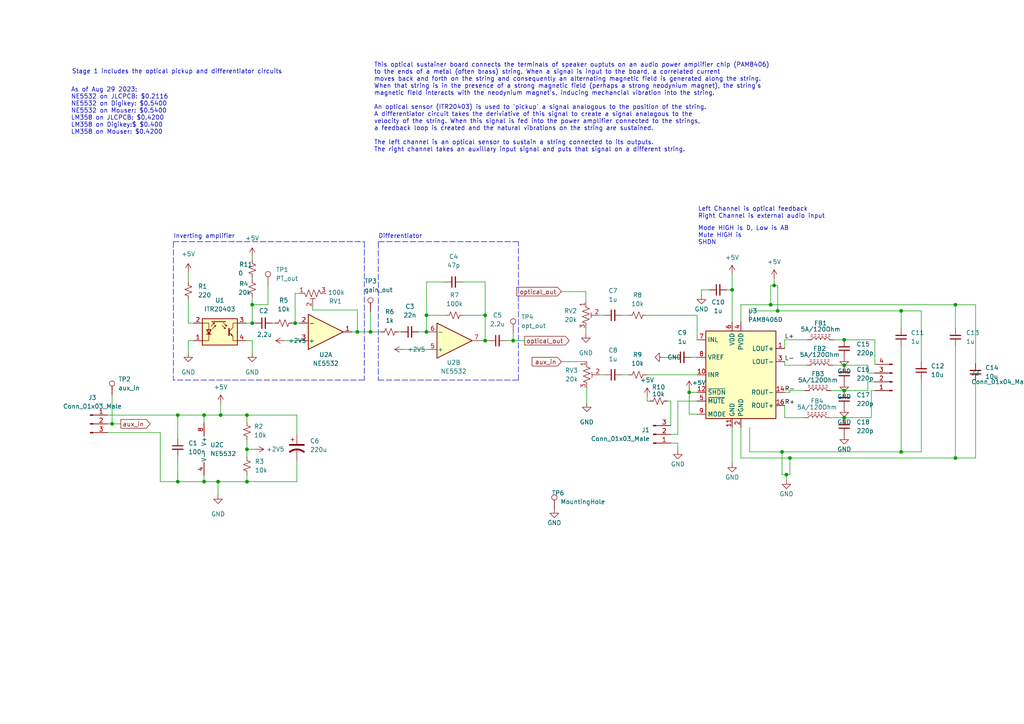
<source format=kicad_sch>
(kicad_sch (version 20211123) (generator eeschema)
  (paper "A4")
  (lib_symbols
    (symbol "1A_Favorites:C_0603_SMD" (pin_numbers hide) (pin_names (offset 0.254) hide)
      (property "Reference" "C" (at 0.254 1.778 0))
      (property "Value" "C_0603_SMD" (at 0.254 -2.032 0))
      (symbol "C_0603_SMD_0_1"
        (polyline (pts (xy -1.524 -0.508) (xy 1.524 -0.508)) (stroke (width 0.3302)))
        (polyline (pts (xy -1.524 0.508) (xy 1.524 0.508)) (stroke (width 0.3048)))
      )
      (symbol "C_0603_SMD_1_1"
        (pin passive line (at 0 2.54 270) (length 2.032) (name "~") (number "1"))
        (pin passive line (at 0 -2.54 90) (length 2.032) (name "~") (number "2"))
      )
    )
    (symbol "1A_Favorites:ITR20403" (pin_names (offset 0.0254) hide)
      (property "Reference" "U" (at -3.81 5.08 0))
      (property "Value" "ITR20403" (at 12.7 5.08 0))
      (symbol "ITR20403_0_1"
        (polyline (pts (xy -3.81 -0.635) (xy -2.54 -0.635)) (stroke (width 0.254)))
        (polyline (pts (xy -2.286 2.921) (xy -2.032 3.175)))
        (polyline (pts (xy -1.778 2.921) (xy -1.524 3.175)))
        (polyline (pts (xy -1.524 2.667) (xy -1.651 2.159)))
        (polyline (pts (xy -1.27 2.921) (xy -1.016 3.175)))
        (polyline (pts (xy -1.143 1.905) (xy -1.27 1.397)))
        (polyline (pts (xy -0.762 2.921) (xy -0.508 3.175)))
        (polyline (pts (xy -0.254 2.921) (xy 0 3.175)))
        (polyline (pts (xy 0.254 2.921) (xy 0.508 3.175)))
        (polyline (pts (xy 0.762 2.921) (xy 1.016 3.175)))
        (polyline (pts (xy 1.27 2.921) (xy 1.524 3.175)))
        (polyline (pts (xy 1.651 0.889) (xy 1.143 1.016)))
        (polyline (pts (xy 1.778 2.921) (xy -2.413 2.921)))
        (polyline (pts (xy 2.032 1.651) (xy 1.524 1.778)))
        (polyline (pts (xy 2.667 -0.127) (xy 3.81 -1.27)))
        (polyline (pts (xy 2.667 0.127) (xy 3.81 1.27)))
        (polyline (pts (xy -2.54 1.651) (xy -1.524 2.667) (xy -2.032 2.54)))
        (polyline (pts (xy -2.159 0.889) (xy -1.143 1.905) (xy -1.651 1.778)))
        (polyline (pts (xy 0.635 1.905) (xy 1.651 0.889) (xy 1.524 1.397)))
        (polyline (pts (xy 1.016 2.667) (xy 2.032 1.651) (xy 1.905 2.159)))
        (polyline (pts (xy 2.667 1.016) (xy 2.667 -1.016) (xy 2.667 -1.016)) (stroke (width 0.3556)))
        (polyline (pts (xy 3.81 -1.27) (xy 3.81 -2.54) (xy 5.08 -2.54)))
        (polyline (pts (xy 3.81 1.27) (xy 3.81 2.54) (xy 5.08 2.54)))
        (polyline (pts (xy -5.08 -2.54) (xy -3.175 -2.54) (xy -3.175 2.54) (xy -5.08 2.54)))
        (polyline (pts (xy -3.175 -0.635) (xy -3.81 0.635) (xy -2.54 0.635) (xy -3.175 -0.635)) (stroke (width 0.254)))
        (polyline (pts (xy 3.683 -1.143) (xy 3.429 -0.635) (xy 3.175 -0.889) (xy 3.683 -1.143)))
        (polyline (pts (xy -5.08 -3.81) (xy 5.08 -3.81) (xy 5.08 3.81) (xy -5.08 3.81) (xy -5.08 -3.81)) (stroke (width 0.254)) (fill (type background)))
      )
      (symbol "ITR20403_1_1"
        (pin passive line (at -7.62 -2.54 0) (length 2.54) (name "K") (number "1"))
        (pin passive line (at -7.62 2.54 0) (length 2.54) (name "A") (number "2"))
        (pin open_collector line (at 7.62 2.54 180) (length 2.54) (name "C") (number "3"))
        (pin open_emitter line (at 7.62 -2.54 180) (length 2.54) (name "E") (number "4"))
      )
    )
    (symbol "1A_Favorites:NE5532" (pin_names (offset 0.127))
      (property "Reference" "U" (at 0 5.08 0))
      (property "Value" "NE5532" (at 0 -5.08 0))
      (property "LCSC" "C7426" (at 0 0 0))
      (symbol "NE5532_1_1"
        (polyline (pts (xy -5.08 5.08) (xy 5.08 0) (xy -5.08 -5.08) (xy -5.08 5.08)) (stroke (width 0.254)) (fill (type background)))
        (pin output line (at 7.62 0 180) (length 2.54) (name "~") (number "1"))
        (pin input line (at -7.62 -2.54 0) (length 2.54) (name "-") (number "2"))
        (pin input line (at -7.62 2.54 0) (length 2.54) (name "+") (number "3"))
      )
      (symbol "NE5532_2_1"
        (polyline (pts (xy -5.08 5.08) (xy 5.08 0) (xy -5.08 -5.08) (xy -5.08 5.08)) (stroke (width 0.254)) (fill (type background)))
        (pin input line (at -7.62 2.54 0) (length 2.54) (name "+") (number "5"))
        (pin input line (at -7.62 -2.54 0) (length 2.54) (name "-") (number "6"))
        (pin output line (at 7.62 0 180) (length 2.54) (name "~") (number "7"))
      )
      (symbol "NE5532_3_1"
        (pin power_in line (at -2.54 -7.62 90) (length 3.81) (name "V-") (number "4"))
        (pin power_in line (at -2.54 7.62 270) (length 3.81) (name "V+") (number "8"))
      )
    )
    (symbol "1A_Favorites:PAM8406D"
      (property "Reference" "U" (at 1.27 16.51 0))
      (property "Value" "PAM8406D" (at 6.096 14.224 0))
      (symbol "PAM8406D_0_1"
        (rectangle (start -10.16 12.7) (end 10.16 -12.7) (stroke (width 0.254)) (fill (type background)))
      )
      (symbol "PAM8406D_1_1"
        (pin output line (at 12.7 7.62 180) (length 2.54) (name "LOUT+") (number "1"))
        (pin input line (at -12.7 0 0) (length 2.54) (name "INR") (number "10"))
        (pin power_in line (at -2.54 -15.24 90) (length 2.54) (name "GND") (number "11"))
        (pin input line (at -12.7 -5.08 0) (length 2.54) (name "~{SHDN}") (number "12"))
        (pin passive line (at 2.54 15.24 270) (length 2.54) hide (name "PVDD") (number "13"))
        (pin output line (at 12.7 -5.08 180) (length 2.54) (name "ROUT-") (number "14"))
        (pin passive line (at 2.54 -15.24 90) (length 2.54) hide (name "PGND") (number "15"))
        (pin output line (at 12.7 -8.89 180) (length 2.54) (name "ROUT+") (number "16"))
        (pin power_in line (at 0 -15.24 90) (length 2.54) (name "PGND") (number "2"))
        (pin output line (at 12.7 3.81 180) (length 2.54) (name "LOUT-") (number "3"))
        (pin power_in line (at 0 15.24 270) (length 2.54) (name "PVDD") (number "4"))
        (pin input line (at -12.7 -7.62 0) (length 2.54) (name "~{MUTE}") (number "5"))
        (pin power_in line (at -2.54 15.24 270) (length 2.54) (name "VDD") (number "6"))
        (pin input line (at -12.7 10.16 0) (length 2.54) (name "INL") (number "7"))
        (pin input line (at -12.7 5.08 0) (length 2.54) (name "VREF") (number "8"))
        (pin input line (at -12.7 -11.43 0) (length 2.54) (name "MODE") (number "9"))
      )
    )
    (symbol "1A_Favorites:R_0603_SMD" (pin_numbers hide) (pin_names (offset 0.254) hide)
      (property "Reference" "R" (at 0.762 0.508 0))
      (property "Value" "R_0603_SMD" (at 0.762 -1.016 0))
      (symbol "R_0603_SMD_1_1"
        (polyline (pts (xy 0 0) (xy 1.016 -0.381) (xy 0 -0.762) (xy -1.016 -1.143) (xy 0 -1.524)))
        (polyline (pts (xy 0 1.524) (xy 1.016 1.143) (xy 0 0.762) (xy -1.016 0.381) (xy 0 0)))
        (pin passive line (at 0 2.54 270) (length 1.016) (name "~") (number "1"))
        (pin passive line (at 0 -2.54 90) (length 1.016) (name "~") (number "2"))
      )
    )
    (symbol "Connector:Conn_01x03_Male" (pin_names (offset 1.016) hide)
      (property "Reference" "J" (at 0 5.08 0))
      (property "Value" "Conn_01x03_Male" (at 0 -5.08 0))
      (symbol "Conn_01x03_Male_1_1"
        (polyline (pts (xy 1.27 -2.54) (xy 0.8636 -2.54)) (stroke (width 0.1524)))
        (polyline (pts (xy 1.27 0) (xy 0.8636 0)) (stroke (width 0.1524)))
        (polyline (pts (xy 1.27 2.54) (xy 0.8636 2.54)) (stroke (width 0.1524)))
        (rectangle (start 0.8636 -2.413) (end 0 -2.667) (stroke (width 0.1524)) (fill (type outline)))
        (rectangle (start 0.8636 0.127) (end 0 -0.127) (stroke (width 0.1524)) (fill (type outline)))
        (rectangle (start 0.8636 2.667) (end 0 2.413) (stroke (width 0.1524)) (fill (type outline)))
        (pin passive line (at 5.08 2.54 180) (length 3.81) (name "Pin_1") (number "1"))
        (pin passive line (at 5.08 0 180) (length 3.81) (name "Pin_2") (number "2"))
        (pin passive line (at 5.08 -2.54 180) (length 3.81) (name "Pin_3") (number "3"))
      )
    )
    (symbol "Connector:Conn_01x04_Male" (pin_names (offset 1.016) hide)
      (property "Reference" "J" (at 0 5.08 0))
      (property "Value" "Conn_01x04_Male" (at 0 -7.62 0))
      (symbol "Conn_01x04_Male_1_1"
        (polyline (pts (xy 1.27 -5.08) (xy 0.8636 -5.08)) (stroke (width 0.1524)))
        (polyline (pts (xy 1.27 -2.54) (xy 0.8636 -2.54)) (stroke (width 0.1524)))
        (polyline (pts (xy 1.27 0) (xy 0.8636 0)) (stroke (width 0.1524)))
        (polyline (pts (xy 1.27 2.54) (xy 0.8636 2.54)) (stroke (width 0.1524)))
        (rectangle (start 0.8636 -4.953) (end 0 -5.207) (stroke (width 0.1524)) (fill (type outline)))
        (rectangle (start 0.8636 -2.413) (end 0 -2.667) (stroke (width 0.1524)) (fill (type outline)))
        (rectangle (start 0.8636 0.127) (end 0 -0.127) (stroke (width 0.1524)) (fill (type outline)))
        (rectangle (start 0.8636 2.667) (end 0 2.413) (stroke (width 0.1524)) (fill (type outline)))
        (pin passive line (at 5.08 2.54 180) (length 3.81) (name "Pin_1") (number "1"))
        (pin passive line (at 5.08 0 180) (length 3.81) (name "Pin_2") (number "2"))
        (pin passive line (at 5.08 -2.54 180) (length 3.81) (name "Pin_3") (number "3"))
        (pin passive line (at 5.08 -5.08 180) (length 3.81) (name "Pin_4") (number "4"))
      )
    )
    (symbol "Connector:TestPoint" (pin_numbers hide) (pin_names (offset 0.762) hide)
      (property "Reference" "TP" (at 0 6.858 0))
      (property "Value" "TestPoint" (at 0 5.08 0))
      (symbol "TestPoint_0_1"
        (circle (center 0 3.302) (radius 0.762))
      )
      (symbol "TestPoint_1_1"
        (pin passive line (at 0 0 90) (length 2.54) (name "1") (number "1"))
      )
    )
    (symbol "Device:C_Polarized_US" (pin_numbers hide) (pin_names (offset 0.254) hide)
      (property "Reference" "C" (at 0.635 2.54 0))
      (property "Value" "C_Polarized_US" (at 0.635 -2.54 0))
      (symbol "C_Polarized_US_0_1"
        (polyline (pts (xy -2.032 0.762) (xy 2.032 0.762)) (stroke (width 0.508)))
        (polyline (pts (xy -1.778 2.286) (xy -0.762 2.286)))
        (polyline (pts (xy -1.27 1.778) (xy -1.27 2.794)))
        (arc (start 2.032 -1.27) (mid 0 -0.5572) (end -2.032 -1.27) (stroke (width 0.508)))
      )
      (symbol "C_Polarized_US_1_1"
        (pin passive line (at 0 3.81 270) (length 2.794) (name "~") (number "1"))
        (pin passive line (at 0 -3.81 90) (length 3.302) (name "~") (number "2"))
      )
    )
    (symbol "Device:L_Ferrite" (pin_numbers hide) (pin_names (offset 1.016) hide)
      (property "Reference" "L" (at -1.27 0 90))
      (property "Value" "L_Ferrite" (at 2.794 0 90))
      (symbol "L_Ferrite_0_1"
        (arc (start 0 -2.54) (mid 0.635 -1.905) (end 0 -1.27))
        (arc (start 0 -1.27) (mid 0.635 -0.635) (end 0 0))
        (polyline (pts (xy 1.016 -2.794) (xy 1.016 -2.286)))
        (polyline (pts (xy 1.016 -1.778) (xy 1.016 -1.27)))
        (polyline (pts (xy 1.016 -0.762) (xy 1.016 -0.254)))
        (polyline (pts (xy 1.016 0.254) (xy 1.016 0.762)))
        (polyline (pts (xy 1.016 1.27) (xy 1.016 1.778)))
        (polyline (pts (xy 1.016 2.286) (xy 1.016 2.794)))
        (polyline (pts (xy 1.524 -2.286) (xy 1.524 -2.794)))
        (polyline (pts (xy 1.524 -1.27) (xy 1.524 -1.778)))
        (polyline (pts (xy 1.524 -0.254) (xy 1.524 -0.762)))
        (polyline (pts (xy 1.524 0.762) (xy 1.524 0.254)))
        (polyline (pts (xy 1.524 1.778) (xy 1.524 1.27)))
        (polyline (pts (xy 1.524 2.794) (xy 1.524 2.286)))
        (arc (start 0 0) (mid 0.635 0.635) (end 0 1.27))
        (arc (start 0 1.27) (mid 0.635 1.905) (end 0 2.54))
      )
      (symbol "L_Ferrite_1_1"
        (pin passive line (at 0 3.81 270) (length 1.27) (name "1") (number "1"))
        (pin passive line (at 0 -3.81 90) (length 1.27) (name "2") (number "2"))
      )
    )
    (symbol "Device:R_Potentiometer_Trim_US" (pin_names (offset 1.016) hide)
      (property "Reference" "RV" (at -4.445 0 90))
      (property "Value" "R_Potentiometer_Trim_US" (at -2.54 0 90))
      (symbol "R_Potentiometer_Trim_US_0_1"
        (polyline (pts (xy 0 -2.286) (xy 0 -2.54)))
        (polyline (pts (xy 0 2.286) (xy 0 2.54)))
        (polyline (pts (xy 1.524 0.762) (xy 1.524 -0.762)))
        (polyline (pts (xy 2.54 0) (xy 1.524 0)))
        (polyline (pts (xy 0 -0.762) (xy 1.016 -1.143) (xy 0 -1.524) (xy -1.016 -1.905) (xy 0 -2.286)))
        (polyline (pts (xy 0 0.762) (xy 1.016 0.381) (xy 0 0) (xy -1.016 -0.381) (xy 0 -0.762)))
        (polyline (pts (xy 0 2.286) (xy 1.016 1.905) (xy 0 1.524) (xy -1.016 1.143) (xy 0 0.762)))
      )
      (symbol "R_Potentiometer_Trim_US_1_1"
        (pin passive line (at 0 3.81 270) (length 1.27) (name "1") (number "1"))
        (pin passive line (at 3.81 0 180) (length 1.27) (name "2") (number "2"))
        (pin passive line (at 0 -3.81 90) (length 1.27) (name "3") (number "3"))
      )
    )
    (symbol "power:+2V5" (power) (pin_names (offset 0))
      (property "Value" "+2V5" (at 0 3.556 0))
      (symbol "+2V5_0_1"
        (polyline (pts (xy -0.762 1.27) (xy 0 2.54)))
        (polyline (pts (xy 0 0) (xy 0 2.54)))
        (polyline (pts (xy 0 2.54) (xy 0.762 1.27)))
      )
      (symbol "+2V5_1_1"
        (pin power_in line (at 0 0 90) (length 0) hide (name "+2V5") (number "1"))
      )
    )
    (symbol "power:+5V" (power) (pin_names (offset 0))
      (property "Value" "+5V" (at 0 3.556 0))
      (symbol "+5V_0_1"
        (polyline (pts (xy -0.762 1.27) (xy 0 2.54)))
        (polyline (pts (xy 0 0) (xy 0 2.54)))
        (polyline (pts (xy 0 2.54) (xy 0.762 1.27)))
      )
      (symbol "+5V_1_1"
        (pin power_in line (at 0 0 90) (length 0) hide (name "+5V") (number "1"))
      )
    )
    (symbol "power:GND" (power) (pin_names (offset 0))
      (property "Value" "GND" (at 0 -3.81 0))
      (symbol "GND_0_1"
        (polyline (pts (xy 0 0) (xy 0 -1.27) (xy 1.27 -1.27) (xy 0 -2.54) (xy -1.27 -1.27) (xy 0 -1.27)))
      )
      (symbol "GND_1_1"
        (pin power_in line (at 0 0 270) (length 0) hide (name "GND") (number "1"))
      )
    )
  )
  (junction (at 226.822 131.064))
  (junction (at 148.844 98.806))
  (junction (at 73.152 88.392))
  (junction (at 63.246 139.7))
  (junction (at 71.628 139.7))
  (junction (at 51.562 139.7))
  (junction (at 85.598 93.726))
  (junction (at 123.698 96.266))
  (junction (at 140.716 98.806))
  (junction (at 73.152 93.726))
  (junction (at 107.442 96.266))
  (junction (at 59.182 120.396))
  (junction (at 223.52 88.392))
  (junction (at 212.344 84.074))
  (junction (at 244.856 121.158))
  (junction (at 277.114 132.842))
  (junction (at 261.366 131.064))
  (junction (at 51.562 120.396))
  (junction (at 224.536 82.804))
  (junction (at 64.008 120.396))
  (junction (at 59.182 139.7))
  (junction (at 71.628 130.302))
  (junction (at 228.092 137.668))
  (junction (at 140.716 91.44))
  (junction (at 261.366 90.17))
  (junction (at 123.698 91.44))
  (junction (at 244.856 98.552))
  (junction (at 199.898 113.792))
  (junction (at 71.628 120.396))
  (junction (at 277.114 88.392))
  (junction (at 244.856 105.918))
  (junction (at 103.632 96.266))
  (junction (at 32.512 122.936))
  (junction (at 225.552 90.17))
  (junction (at 244.856 113.284))
  (junction (at 229.108 132.842))
  (wire (pts (xy 244.856 98.552) (xy 253.746 98.552)))
  (wire (pts (xy 240.792 121.158) (xy 244.856 121.158)))
  (wire (pts (xy 224.536 82.804) (xy 225.552 82.804)))
  (polyline (pts (xy 109.728 70.358) (xy 109.728 110.236)))
  (wire (pts (xy 196.596 125.984) (xy 194.564 125.984)))
  (wire (pts (xy 223.52 88.392) (xy 277.114 88.392)))
  (wire (pts (xy 210.82 84.074) (xy 212.344 84.074)))
  (wire (pts (xy 202.184 103.632) (xy 200.406 103.632)))
  (wire (pts (xy 123.698 96.266) (xy 124.206 96.266)))
  (wire (pts (xy 225.552 90.17) (xy 261.366 90.17)))
  (wire (pts (xy 199.898 113.792) (xy 199.898 113.03)))
  (wire (pts (xy 71.628 120.396) (xy 86.106 120.396)))
  (wire (pts (xy 282.956 110.49) (xy 282.956 132.842)))
  (wire (pts (xy 277.114 88.392) (xy 277.114 95.25)))
  (wire (pts (xy 51.562 120.396) (xy 51.562 127.254)))
  (wire (pts (xy 140.716 91.44) (xy 140.716 98.806)))
  (wire (pts (xy 73.152 93.726) (xy 73.914 93.726)))
  (wire (pts (xy 134.112 81.788) (xy 140.716 81.788)))
  (wire (pts (xy 71.374 98.806) (xy 73.152 98.806)))
  (wire (pts (xy 85.598 93.726) (xy 85.598 85.09)))
  (wire (pts (xy 54.61 86.868) (xy 54.61 93.726)))
  (wire (pts (xy 54.61 98.806) (xy 54.61 102.362)))
  (wire (pts (xy 77.724 82.804) (xy 77.724 88.392)))
  (wire (pts (xy 226.822 131.064) (xy 217.424 131.064)))
  (wire (pts (xy 115.57 96.266) (xy 116.332 96.266)))
  (wire (pts (xy 251.714 108.204) (xy 253.746 108.204)))
  (wire (pts (xy 199.898 113.792) (xy 202.184 113.792)))
  (wire (pts (xy 187.452 108.712) (xy 202.184 108.712)))
  (wire (pts (xy 51.562 139.7) (xy 59.182 139.7)))
  (wire (pts (xy 227.584 121.158) (xy 233.172 121.158)))
  (wire (pts (xy 123.698 91.44) (xy 123.698 96.266)))
  (wire (pts (xy 212.344 123.952) (xy 212.344 134.366)))
  (wire (pts (xy 107.442 96.266) (xy 110.49 96.266)))
  (wire (pts (xy 244.856 121.158) (xy 252.73 121.158)))
  (wire (pts (xy 51.562 132.334) (xy 51.562 139.7)))
  (wire (pts (xy 261.366 131.064) (xy 267.208 131.064)))
  (wire (pts (xy 199.898 120.142) (xy 199.898 113.792)))
  (wire (pts (xy 85.598 85.09) (xy 86.868 85.09)))
  (wire (pts (xy 139.446 98.806) (xy 140.716 98.806)))
  (wire (pts (xy 134.366 91.44) (xy 140.716 91.44)))
  (wire (pts (xy 63.246 139.7) (xy 63.246 143.51)))
  (wire (pts (xy 64.008 117.094) (xy 64.008 120.396)))
  (wire (pts (xy 71.628 120.396) (xy 71.628 122.428)))
  (wire (pts (xy 140.716 81.788) (xy 140.716 91.44)))
  (wire (pts (xy 226.822 137.668) (xy 228.092 137.668)))
  (wire (pts (xy 63.246 139.7) (xy 59.182 139.7)))
  (wire (pts (xy 202.184 91.44) (xy 202.184 98.552)))
  (wire (pts (xy 180.34 108.712) (xy 182.372 108.712)))
  (wire (pts (xy 241.554 105.918) (xy 244.856 105.918)))
  (wire (pts (xy 73.152 86.106) (xy 73.152 88.392)))
  (wire (pts (xy 173.99 108.712) (xy 175.26 108.712)))
  (wire (pts (xy 129.032 81.788) (xy 123.698 81.788)))
  (wire (pts (xy 71.628 130.302) (xy 73.914 130.302)))
  (wire (pts (xy 31.242 122.936) (xy 32.512 122.936)))
  (wire (pts (xy 187.452 91.44) (xy 202.184 91.44)))
  (wire (pts (xy 32.512 114.554) (xy 32.512 122.936)))
  (wire (pts (xy 79.756 93.726) (xy 78.994 93.726)))
  (wire (pts (xy 169.926 95.25) (xy 169.926 96.774)))
  (wire (pts (xy 261.366 100.33) (xy 261.366 131.064)))
  (wire (pts (xy 194.564 116.332) (xy 194.564 123.444)))
  (wire (pts (xy 193.548 116.332) (xy 194.564 116.332)))
  (wire (pts (xy 86.106 120.396) (xy 86.106 125.984)))
  (wire (pts (xy 71.628 130.302) (xy 71.628 132.588)))
  (wire (pts (xy 196.596 128.524) (xy 196.596 130.556)))
  (wire (pts (xy 31.242 125.476) (xy 46.482 125.476)))
  (wire (pts (xy 103.632 89.916) (xy 103.632 96.266)))
  (wire (pts (xy 229.108 137.668) (xy 229.108 132.842)))
  (wire (pts (xy 214.884 132.842) (xy 214.884 123.952)))
  (wire (pts (xy 148.844 96.52) (xy 148.844 98.806)))
  (wire (pts (xy 162.814 84.582) (xy 169.926 84.582)))
  (wire (pts (xy 194.564 128.524) (xy 196.596 128.524)))
  (wire (pts (xy 227.584 113.792) (xy 229.108 113.792)))
  (wire (pts (xy 90.678 88.9) (xy 90.678 89.916)))
  (wire (pts (xy 227.584 117.602) (xy 227.584 121.158)))
  (wire (pts (xy 31.242 120.396) (xy 51.562 120.396)))
  (wire (pts (xy 103.632 96.266) (xy 107.442 96.266)))
  (wire (pts (xy 253.746 98.552) (xy 253.746 105.664)))
  (wire (pts (xy 123.698 81.788) (xy 123.698 91.44)))
  (wire (pts (xy 267.208 109.982) (xy 267.208 131.064)))
  (wire (pts (xy 46.482 139.7) (xy 51.562 139.7)))
  (wire (pts (xy 86.868 93.726) (xy 85.598 93.726)))
  (wire (pts (xy 227.584 98.552) (xy 234.188 98.552)))
  (wire (pts (xy 267.208 90.17) (xy 261.366 90.17)))
  (polyline (pts (xy 105.664 110.236) (xy 50.292 110.236)))
  (wire (pts (xy 227.584 101.092) (xy 227.584 98.552)))
  (wire (pts (xy 71.628 139.7) (xy 63.246 139.7)))
  (wire (pts (xy 277.114 132.842) (xy 282.956 132.842)))
  (wire (pts (xy 54.61 93.726) (xy 56.134 93.726)))
  (wire (pts (xy 59.182 120.396) (xy 64.008 120.396)))
  (wire (pts (xy 117.094 101.346) (xy 124.206 101.346)))
  (wire (pts (xy 282.956 88.392) (xy 277.114 88.392)))
  (polyline (pts (xy 50.292 70.104) (xy 105.664 70.104)))
  (wire (pts (xy 252.73 121.158) (xy 252.73 113.284)))
  (wire (pts (xy 214.884 88.392) (xy 223.52 88.392)))
  (wire (pts (xy 244.856 105.918) (xy 251.714 105.918)))
  (wire (pts (xy 227.584 105.918) (xy 233.934 105.918)))
  (wire (pts (xy 228.092 137.668) (xy 229.108 137.668)))
  (wire (pts (xy 251.714 113.284) (xy 251.714 110.744)))
  (polyline (pts (xy 50.292 70.104) (xy 50.292 110.236)))
  (wire (pts (xy 223.52 88.392) (xy 223.52 82.804)))
  (wire (pts (xy 180.34 91.44) (xy 182.372 91.44)))
  (wire (pts (xy 227.584 104.902) (xy 227.584 105.918)))
  (wire (pts (xy 173.736 91.44) (xy 175.26 91.44)))
  (polyline (pts (xy 150.368 110.236) (xy 150.368 70.104)))
  (wire (pts (xy 244.856 113.284) (xy 251.714 113.284)))
  (wire (pts (xy 73.152 88.392) (xy 73.152 93.726)))
  (wire (pts (xy 90.678 89.916) (xy 103.632 89.916)))
  (wire (pts (xy 85.598 93.726) (xy 84.836 93.726)))
  (wire (pts (xy 217.424 90.17) (xy 225.552 90.17)))
  (wire (pts (xy 214.884 93.472) (xy 214.884 88.392)))
  (wire (pts (xy 71.628 137.668) (xy 71.628 139.7)))
  (wire (pts (xy 251.714 110.744) (xy 253.746 110.744)))
  (wire (pts (xy 170.18 112.522) (xy 170.18 116.84)))
  (wire (pts (xy 123.698 91.44) (xy 129.286 91.44)))
  (wire (pts (xy 140.716 98.806) (xy 141.732 98.806)))
  (wire (pts (xy 54.61 78.994) (xy 54.61 81.788)))
  (wire (pts (xy 82.55 98.806) (xy 86.868 98.806)))
  (wire (pts (xy 73.152 74.422) (xy 73.152 75.438)))
  (wire (pts (xy 223.52 82.804) (xy 224.536 82.804)))
  (wire (pts (xy 32.512 122.936) (xy 35.052 122.936)))
  (wire (pts (xy 148.844 98.806) (xy 152.146 98.806)))
  (wire (pts (xy 86.106 133.604) (xy 86.106 139.7)))
  (wire (pts (xy 226.822 131.064) (xy 261.366 131.064)))
  (wire (pts (xy 229.108 132.842) (xy 277.114 132.842)))
  (wire (pts (xy 282.956 105.41) (xy 282.956 88.392)))
  (wire (pts (xy 77.724 88.392) (xy 73.152 88.392)))
  (wire (pts (xy 107.442 90.424) (xy 107.442 96.266)))
  (wire (pts (xy 121.412 96.266) (xy 123.698 96.266)))
  (wire (pts (xy 241.046 113.284) (xy 244.856 113.284)))
  (wire (pts (xy 228.092 137.668) (xy 228.092 139.192)))
  (polyline (pts (xy 150.368 70.104) (xy 109.728 70.104)))
  (wire (pts (xy 224.536 80.772) (xy 224.536 82.804)))
  (wire (pts (xy 146.812 98.806) (xy 148.844 98.806)))
  (wire (pts (xy 251.714 105.918) (xy 251.714 108.204)))
  (wire (pts (xy 187.706 116.332) (xy 187.706 115.062)))
  (wire (pts (xy 229.108 113.792) (xy 229.108 113.284)))
  (wire (pts (xy 229.108 132.842) (xy 214.884 132.842)))
  (wire (pts (xy 195.326 103.632) (xy 192.532 103.632)))
  (wire (pts (xy 202.184 116.332) (xy 196.596 116.332)))
  (wire (pts (xy 102.108 96.266) (xy 103.632 96.266)))
  (wire (pts (xy 59.182 122.682) (xy 59.182 120.396)))
  (wire (pts (xy 229.108 113.284) (xy 233.426 113.284)))
  (wire (pts (xy 203.454 84.074) (xy 203.454 85.598)))
  (wire (pts (xy 203.454 84.074) (xy 205.74 84.074)))
  (wire (pts (xy 241.808 98.552) (xy 244.856 98.552)))
  (wire (pts (xy 86.106 139.7) (xy 71.628 139.7)))
  (wire (pts (xy 196.596 116.332) (xy 196.596 125.984)))
  (wire (pts (xy 187.706 116.332) (xy 188.468 116.332)))
  (wire (pts (xy 217.424 93.472) (xy 217.424 90.17)))
  (wire (pts (xy 73.152 98.806) (xy 73.152 102.362)))
  (wire (pts (xy 267.208 104.902) (xy 267.208 90.17)))
  (polyline (pts (xy 109.728 110.236) (xy 150.368 110.236)))
  (wire (pts (xy 199.898 120.142) (xy 202.184 120.142)))
  (polyline (pts (xy 105.664 70.104) (xy 105.664 110.236)))
  (wire (pts (xy 71.628 127.508) (xy 71.628 130.302)))
  (wire (pts (xy 225.552 82.804) (xy 225.552 90.17)))
  (wire (pts (xy 162.814 104.902) (xy 170.18 104.902)))
  (wire (pts (xy 46.482 125.476) (xy 46.482 139.7)))
  (wire (pts (xy 59.182 120.396) (xy 51.562 120.396)))
  (wire (pts (xy 252.73 113.284) (xy 253.746 113.284)))
  (wire (pts (xy 71.374 93.726) (xy 73.152 93.726)))
  (polyline (pts (xy 109.728 70.104) (xy 109.728 70.358)))
  (wire (pts (xy 54.61 98.806) (xy 56.134 98.806)))
  (wire (pts (xy 169.926 87.63) (xy 169.926 84.582)))
  (wire (pts (xy 64.008 120.396) (xy 71.628 120.396)))
  (wire (pts (xy 73.152 80.518) (xy 73.152 81.026)))
  (wire (pts (xy 277.114 100.33) (xy 277.114 132.842)))
  (wire (pts (xy 212.344 79.502) (xy 212.344 84.074)))
  (wire (pts (xy 217.424 131.064) (xy 217.424 123.952)))
  (wire (pts (xy 226.822 131.064) (xy 226.822 137.668)))
  (wire (pts (xy 212.344 84.074) (xy 212.344 93.472)))
  (wire (pts (xy 261.366 90.17) (xy 261.366 95.25)))
  (wire (pts (xy 59.182 139.7) (xy 59.182 137.922)))
  (text "Left Channel is optical feedback\nRight Channel is external audio input" (at 202.438 63.5 0) (effects (font (size 1.27 1.27)) (justify left bottom)))
  (text "This optical sustainer board connects the terminals of speaker ouptuts on an audio power amplifier chip (PAM8406)\nto the ends of a metal (often brass) string. When a signal is input to the board, a correlated current \nmoves back and forth on the string and consequently an alternating magnetic field is generated along the string.\nWhen that string is in the presence of a strong magnetic field (perhaps a strong neodynium magnet), the string's \nmagnetic field interacts with the neodynium magnet's, inducing mechancial vibration into the string.\n\nAn optical sensor (ITR20403) is used to 'pickup' a signal analogous to the position of the string.\nA differentiator circuit takes the deriviative of this signal to create a signal analagous to the\nvelocity of the string. When this signal is fed into the power amplifier connected to the strings,\na feedback loop is created and the natural vibrations on the string are sustained.\n\nThe left channel is an optical sensor to sustain a string connected to its outputs.\nThe right channel takes an auxillary input signal and puts that signal on a different string." (at 108.458 44.196 0) (effects (font (size 1.27 1.27)) (justify left bottom)))
  (text "Mode HIGH is D, Low is AB\nMute HIGH is \nSHDN " (at 202.438 71.12 0) (effects (font (size 1.27 1.27)) (justify left bottom)))
  (text "Differentiator" (at 109.728 69.342 0) (effects (font (size 1.27 1.27)) (justify left bottom)))
  (text "As of Aug 29 2023:\nNE5532 on JLCPCB: $0.2116\nNE5532 on Digikey: $0.5400\nNE5532 on Mouser: $0.5400\nLM358 on JLCPCB: $0.4200\nLM358 on Digikey:$ $0.400\nLM358 on Mouser: $0.4200" (at 20.574 39.116 0) (effects (font (size 1.27 1.27)) (justify left bottom)))
  (text "Inverting amplifier" (at 50.292 69.342 0) (effects (font (size 1.27 1.27)) (justify left bottom)))
  (text "Stage 1 includes the optical pickup and differentiator circuits" (at 20.828 21.59 0) (effects (font (size 1.27 1.27)) (justify left bottom)))
  (label "L-" (at 227.584 104.902 0))
  (label "L+" (at 227.584 98.552 0))
  (label "R+" (at 227.584 117.602 0))
  (label "R-" (at 227.584 113.792 0))
  (global_label "aux_in" (shape output) (at 35.052 122.936 0) (property "Intersheet References" "${INTERSHEET_REFS}" (effects hide)))
  (global_label "aux_in" (shape input) (at 162.814 104.902 180) (property "Intersheet References" "${INTERSHEET_REFS}" (effects hide)))
  (global_label "optical_out" (shape output) (at 152.146 98.806 0) (property "Intersheet References" "${INTERSHEET_REFS}" (effects hide)))
  (global_label "optical_out" (shape input) (at 162.814 84.582 180) (property "Intersheet References" "${INTERSHEET_REFS}" (effects hide)))
  (symbol (lib_id "power:GND") (at 212.344 134.366 0) (unit 1)
    (property "Reference" "#PWR0114" (effects hide))
    (property "Value" "GND" (at 210.312 138.43 0) (effects (justify left)))
  )
  (symbol (lib_id "power:GND") (at 73.152 102.362 0) (unit 1)
    (property "Reference" "#PWR0106" (effects hide))
    (property "Value" "GND" (at 73.152 107.95 0))
  )
  (symbol (lib_id "1A_Favorites:C_0603_SMD") (at 51.562 129.794 0) (unit 1)
    (property "Reference" "C1" (at 54.61 128.5302 0) (effects (justify left)))
    (property "Value" "100n" (at 54.61 131.0702 0) (effects (justify left)))
    (property "Footprint" "Capacitor_SMD:C_0603_1608Metric" (effects hide))
  )
  (symbol (lib_id "power:+5V") (at 54.61 78.994 0) (unit 1)
    (property "Reference" "#PWR0105" (effects hide))
    (property "Value" "+5V" (at 54.61 73.66 0))
  )
  (symbol (lib_id "1A_Favorites:R_0603_SMD") (at 73.152 77.978 0) (unit 1)
    (property "Reference" "R11" (at 69.342 76.708 0) (effects (justify left)))
    (property "Value" "0" (at 69.088 79.248 0) (effects (justify left)))
    (property "Footprint" "Resistor_SMD:R_0603_1608Metric" (effects hide))
  )
  (symbol (lib_id "1A_Favorites:C_0603_SMD") (at 177.8 91.44 90) (unit 1)
    (property "Reference" "C7" (at 177.8063 84.328 90))
    (property "Value" "1u" (at 177.8063 86.868 90))
    (property "Footprint" "Capacitor_SMD:C_0603_1608Metric" (effects hide))
    (property "Rating" "10V" (effects hide))
  )
  (symbol (lib_id "power:+5V") (at 224.536 80.772 0) (unit 1)
    (property "Reference" "#PWR0115" (effects hide))
    (property "Value" "+5V" (at 224.536 75.946 0))
  )
  (symbol (lib_id "1A_Favorites:C_0603_SMD") (at 244.856 101.092 180) (unit 1)
    (property "Reference" "C15" (at 248.412 99.8155 0) (effects (justify right)))
    (property "Value" "220p" (at 248.412 102.3555 0) (effects (justify right)))
    (property "Footprint" "Capacitor_SMD:C_0603_1608Metric" (effects hide))
    (property "Rating" "10V" (effects hide))
  )
  (symbol (lib_id "power:GND") (at 196.596 130.556 0) (unit 1)
    (property "Reference" "#PWR0125" (effects hide))
    (property "Value" "GND" (at 194.564 134.62 0) (effects (justify left)))
  )
  (symbol (lib_id "1A_Favorites:C_0603_SMD") (at 118.872 96.266 90) (unit 1)
    (property "Reference" "C3" (at 118.8783 88.9 90))
    (property "Value" "22n" (at 118.8783 91.44 90))
    (property "Footprint" "Capacitor_SMD:C_0603_1608Metric" (effects hide))
  )
  (symbol (lib_id "power:+2V5") (at 117.094 101.346 90) (unit 1)
    (property "Reference" "#PWR0109" (effects hide))
    (property "Value" "+2V5" (at 118.11 101.3459 90) (effects (justify right)))
  )
  (symbol (lib_id "1A_Favorites:NE5532") (at 61.722 130.302 0) (unit 3)
    (property "Reference" "U2" (at 60.96 129.0319 0) (effects (justify left)))
    (property "Value" "NE5532" (at 60.96 131.5719 0) (effects (justify left)))
    (property "Footprint" "Package_SO:SOP-8_3.76x4.96mm_P1.27mm" (effects hide))
    (property "Datasheet" "http://www.ti.com/lit/ds/symlink/ne5532.pdf" (effects hide))
    (property "LCSC" "C7426" (effects hide))
  )
  (symbol (lib_id "power:+2V5") (at 73.914 130.302 270) (unit 1)
    (property "Reference" "#PWR0102" (effects hide))
    (property "Value" "+2V5" (at 77.216 130.3019 90) (effects (justify left)))
  )
  (symbol (lib_id "1A_Favorites:C_0603_SMD") (at 177.8 108.712 90) (unit 1)
    (property "Reference" "C8" (at 177.8063 101.6 90))
    (property "Value" "1u" (at 177.8063 104.14 90))
    (property "Footprint" "Capacitor_SMD:C_0603_1608Metric" (effects hide))
    (property "Rating" "10V" (effects hide))
  )
  (symbol (lib_id "Device:R_Potentiometer_Trim_US") (at 90.678 85.09 90) (mirror x) (unit 1)
    (property "Reference" "RV1" (at 97.282 87.376 90))
    (property "Value" "100k" (at 97.536 84.836 90))
    (property "Footprint" "Potentiometer_SMD:Potentiometer_Bourns_3224J_Horizontal" (effects hide))
    (property "LCSC" "C719185" (effects hide))
  )
  (symbol (lib_id "power:GND") (at 170.18 116.84 0) (unit 1)
    (property "Reference" "#PWR0117" (effects hide))
    (property "Value" "GND" (at 170.18 122.428 0))
  )
  (symbol (lib_id "Connector:Conn_01x03_Male") (at 189.484 125.984 0) (mirror x) (unit 1)
    (property "Reference" "J1" (at 188.468 124.7139 0) (effects (justify right)))
    (property "Value" "Conn_01x03_Male" (at 188.468 127.2539 0) (effects (justify right)))
    (property "Footprint" "Connector_PinHeader_2.54mm:PinHeader_1x03_P2.54mm_Vertical" (effects hide))
    (property "LCSC" " C2914353" (effects hide))
  )
  (symbol (lib_id "power:GND") (at 203.454 85.598 0) (unit 1)
    (property "Reference" "#PWR0112" (effects hide))
    (property "Value" "GND" (at 201.422 89.662 0) (effects (justify left)))
  )
  (symbol (lib_id "1A_Favorites:PAM8406D") (at 214.884 108.712 0) (unit 1)
    (property "Reference" "U3" (at 216.9034 90.17 0) (effects (justify left)))
    (property "Value" "PAM8406D" (at 216.9034 92.71 0) (effects (justify left)))
    (property "Footprint" "Package_SO:SOP-16_3.9x9.9mm_P1.27mm" (effects hide))
    (property "Datasheet" "https://www.diodes.com/assets/Datasheets/PAM8406.pdf" (effects hide))
    (property "LCSC" "C86270" (effects hide))
  )
  (symbol (lib_id "Connector:TestPoint") (at 32.512 114.554 0) (unit 1)
    (property "Reference" "TP2" (at 34.29 109.9819 0) (effects (justify left)))
    (property "Value" "aux_in" (at 34.29 112.5219 0) (effects (justify left)))
    (property "Footprint" "TestPoint:TestPoint_THTPad_D2.0mm_Drill1.0mm" (effects hide))
  )
  (symbol (lib_id "Connector:TestPoint") (at 107.442 90.424 0) (unit 1)
    (property "Reference" "TP3" (at 105.664 81.534 0) (effects (justify left)))
    (property "Value" "gain_out" (at 105.664 84.074 0) (effects (justify left)))
    (property "Footprint" "TestPoint:TestPoint_THTPad_D2.0mm_Drill1.0mm" (effects hide))
  )
  (symbol (lib_id "Connector:Conn_01x04_Male") (at 258.826 110.744 180) (unit 1)
    (property "Reference" "J2" (at 281.686 108.2039 0) (effects (justify right)))
    (property "Value" "Conn_01x04_Male" (at 281.686 110.7439 0) (effects (justify right)))
    (property "Footprint" "Connector_PinHeader_2.54mm:PinHeader_1x04_P2.54mm_Vertical" (effects hide))
  )
  (symbol (lib_id "1A_Favorites:C_0603_SMD") (at 76.454 93.726 90) (unit 1)
    (property "Reference" "C2" (at 76.454 90.17 90))
    (property "Value" "2.2u" (at 76.708 97.028 90))
    (property "Footprint" "Capacitor_SMD:C_0603_1608Metric" (effects hide))
  )
  (symbol (lib_id "1A_Favorites:NE5532") (at 94.488 96.266 0) (mirror x) (unit 1)
    (property "Reference" "U2" (at 94.488 102.87 0))
    (property "Value" "NE5532" (at 94.488 105.41 0))
    (property "Footprint" "Package_SO:SOP-8_3.76x4.96mm_P1.27mm" (effects hide))
    (property "Datasheet" "http://www.ti.com/lit/ds/symlink/ne5532.pdf" (effects hide))
    (property "LCSC" "C7426" (effects hide))
  )
  (symbol (lib_id "Device:R_Potentiometer_Trim_US") (at 169.926 91.44 0) (unit 1)
    (property "Reference" "RV2" (at 167.386 90.1699 0) (effects (justify right)))
    (property "Value" "20k" (at 167.386 92.7099 0) (effects (justify right)))
    (property "Footprint" "Potentiometer_SMD:Potentiometer_Bourns_3224J_Horizontal" (effects hide))
    (property "LCSC" "C719181" (effects hide))
  )
  (symbol (lib_id "1A_Favorites:C_0603_SMD") (at 144.272 98.806 90) (unit 1)
    (property "Reference" "C5" (at 144.2783 91.44 90))
    (property "Value" "2.2u" (at 144.2783 93.98 90))
    (property "Footprint" "Capacitor_SMD:C_0603_1608Metric" (effects hide))
  )
  (symbol (lib_id "1A_Favorites:C_0603_SMD") (at 244.856 123.698 180) (unit 1)
    (property "Reference" "C18" (at 248.412 122.4215 0) (effects (justify right)))
    (property "Value" "220p" (at 248.412 124.9615 0) (effects (justify right)))
    (property "Footprint" "Capacitor_SMD:C_0603_1608Metric" (effects hide))
    (property "Rating" "10V" (effects hide))
  )
  (symbol (lib_id "1A_Favorites:C_0603_SMD") (at 267.208 107.442 180) (unit 1)
    (property "Reference" "C12" (at 270.002 106.1655 0) (effects (justify right)))
    (property "Value" "10u" (at 270.002 108.7055 0) (effects (justify right)))
    (property "Footprint" "Capacitor_SMD:C_0805_2012Metric" (effects hide))
    (property "Rating" "10V" (effects hide))
  )
  (symbol (lib_id "1A_Favorites:R_0603_SMD") (at 131.826 91.44 90) (unit 1)
    (property "Reference" "R7" (at 131.826 85.598 90))
    (property "Value" "100k" (at 131.826 88.138 90))
    (property "Footprint" "Resistor_SMD:R_0603_1608Metric" (effects hide))
  )
  (symbol (lib_id "Device:L_Ferrite") (at 237.236 113.284 90) (unit 1)
    (property "Reference" "FB3" (at 237.236 108.458 90))
    (property "Value" "5A/120Ohm" (at 237.236 110.236 90))
    (property "Footprint" "Capacitor_SMD:C_0805_2012Metric" (effects hide))
    (property "LCSC" " C304323" (effects hide))
  )
  (symbol (lib_id "1A_Favorites:R_0603_SMD") (at 184.912 108.712 90) (unit 1)
    (property "Reference" "R9" (at 184.912 102.87 90))
    (property "Value" "10k" (at 184.912 105.41 90))
    (property "Footprint" "Resistor_SMD:R_0603_1608Metric" (effects hide))
  )
  (symbol (lib_id "power:GND") (at 54.61 102.362 0) (unit 1)
    (property "Reference" "#PWR0104" (effects hide))
    (property "Value" "GND" (at 54.61 107.95 0))
  )
  (symbol (lib_id "Device:R_Potentiometer_Trim_US") (at 170.18 108.712 0) (unit 1)
    (property "Reference" "RV3" (at 167.64 107.4419 0) (effects (justify right)))
    (property "Value" "20k" (at 167.64 109.9819 0) (effects (justify right)))
    (property "Footprint" "Potentiometer_SMD:Potentiometer_Bourns_3224J_Horizontal" (effects hide))
    (property "LCSC" "C719185" (effects hide))
  )
  (symbol (lib_id "1A_Favorites:NE5532") (at 131.826 98.806 0) (mirror x) (unit 2)
    (property "Reference" "U2" (at 131.572 105.156 0))
    (property "Value" "NE5532" (at 131.572 107.696 0))
    (property "Footprint" "Package_SO:SOP-8_3.76x4.96mm_P1.27mm" (effects hide))
    (property "Datasheet" "http://www.ti.com/lit/ds/symlink/ne5532.pdf" (effects hide))
    (property "LCSC" "C7426" (effects hide))
  )
  (symbol (lib_id "1A_Favorites:C_0603_SMD") (at 261.366 97.79 180) (unit 1)
    (property "Reference" "C11" (at 264.16 96.5135 0) (effects (justify right)))
    (property "Value" "1u" (at 264.16 99.0535 0) (effects (justify right)))
    (property "Footprint" "Capacitor_SMD:C_0603_1608Metric" (effects hide))
    (property "Rating" "10V" (effects hide))
  )
  (symbol (lib_id "power:GND") (at 244.856 110.998 0) (unit 1)
    (property "Reference" "#PWR0123" (effects hide))
    (property "Value" "GND" (at 242.824 115.062 0) (effects (justify left)))
  )
  (symbol (lib_id "1A_Favorites:R_0603_SMD") (at 113.03 96.266 90) (unit 1)
    (property "Reference" "R6" (at 113.03 90.424 90))
    (property "Value" "1k" (at 113.03 92.964 90))
    (property "Footprint" "Resistor_SMD:R_0603_1608Metric" (effects hide))
  )
  (symbol (lib_id "1A_Favorites:C_0603_SMD") (at 244.856 108.458 180) (unit 1)
    (property "Reference" "C16" (at 248.412 107.1815 0) (effects (justify right)))
    (property "Value" "220p" (at 248.412 109.7215 0) (effects (justify right)))
    (property "Footprint" "Capacitor_SMD:C_0603_1608Metric" (effects hide))
    (property "Rating" "10V" (effects hide))
  )
  (symbol (lib_id "1A_Favorites:R_0603_SMD") (at 184.912 91.44 90) (unit 1)
    (property "Reference" "R8" (at 184.912 85.598 90))
    (property "Value" "10k" (at 184.912 88.138 90))
    (property "Footprint" "Resistor_SMD:R_0603_1608Metric" (effects hide))
  )
  (symbol (lib_id "1A_Favorites:C_0603_SMD") (at 197.866 103.632 90) (unit 1)
    (property "Reference" "C9" (at 197.8723 96.52 90))
    (property "Value" "1u" (at 197.8723 99.06 90))
    (property "Footprint" "Capacitor_SMD:C_0603_1608Metric" (effects hide))
    (property "Rating" "10V" (effects hide))
  )
  (symbol (lib_id "Device:L_Ferrite") (at 237.998 98.552 90) (unit 1)
    (property "Reference" "FB1" (at 237.998 93.726 90))
    (property "Value" "5A/120Ohm" (at 237.998 95.504 90))
    (property "Footprint" "Capacitor_SMD:C_0805_2012Metric" (effects hide))
    (property "LCSC" " C304323" (effects hide))
  )
  (symbol (lib_id "power:GND") (at 244.856 103.632 0) (unit 1)
    (property "Reference" "#PWR0122" (effects hide))
    (property "Value" "GND" (at 242.824 107.696 0) (effects (justify left)))
  )
  (symbol (lib_id "power:GND") (at 244.856 118.364 0) (unit 1)
    (property "Reference" "#PWR0121" (effects hide))
    (property "Value" "GND" (at 242.824 122.428 0) (effects (justify left)))
  )
  (symbol (lib_id "1A_Favorites:R_0603_SMD") (at 73.152 83.566 0) (unit 1)
    (property "Reference" "R4" (at 69.342 82.296 0) (effects (justify left)))
    (property "Value" "20k" (at 69.088 84.836 0) (effects (justify left)))
    (property "Footprint" "Resistor_SMD:R_0603_1608Metric" (effects hide))
  )
  (symbol (lib_id "power:+5V") (at 212.344 79.502 0) (unit 1)
    (property "Reference" "#PWR0116" (effects hide))
    (property "Value" "+5V" (at 212.344 74.676 0))
  )
  (symbol (lib_id "power:+5V") (at 199.898 113.03 0) (unit 1)
    (property "Reference" "#PWR0120" (effects hide))
    (property "Value" "+5V" (at 202.692 110.998 0))
  )
  (symbol (lib_id "Connector:Conn_01x03_Male") (at 26.162 122.936 0) (unit 1)
    (property "Reference" "J3" (at 26.797 115.316 0))
    (property "Value" "Conn_01x03_Male" (at 26.797 117.856 0))
    (property "Footprint" "Connector_JST:JST_XH_B3B-XH-A_1x03_P2.50mm_Vertical" (effects hide))
    (property "LCSC" "C161870" (effects hide))
  )
  (symbol (lib_id "1A_Favorites:C_0603_SMD") (at 282.956 107.95 180) (unit 1)
    (property "Reference" "C14" (at 285.75 106.6735 0) (effects (justify right)))
    (property "Value" "10u" (at 285.75 109.2135 0) (effects (justify right)))
    (property "Footprint" "Capacitor_SMD:C_0805_2012Metric" (effects hide))
    (property "Rating" "10V" (effects hide))
  )
  (symbol (lib_id "power:GND") (at 63.246 143.51 0) (unit 1)
    (property "Reference" "#PWR0103" (effects hide))
    (property "Value" "GND" (at 63.246 149.098 0))
  )
  (symbol (lib_id "Device:L_Ferrite") (at 237.744 105.918 90) (unit 1)
    (property "Reference" "FB2" (at 237.744 101.092 90))
    (property "Value" "5A/120Ohm" (at 237.744 102.87 90))
    (property "Footprint" "Capacitor_SMD:C_0805_2012Metric" (effects hide))
    (property "LCSC" " C304323" (effects hide))
  )
  (symbol (lib_id "1A_Favorites:ITR20403") (at 63.754 96.266 0) (unit 1)
    (property "Reference" "U1" (at 63.754 87.122 0))
    (property "Value" "ITR20403" (at 63.754 89.662 0))
    (property "Footprint" "OptoDevice:Everlight_ITR20403" (effects hide))
    (property "Datasheet" "https://www.endrich.com/sixcms/media.php/2/ITR-20403.pdf" (effects hide))
    (property "LCSC" "C5135" (effects hide))
  )
  (symbol (lib_id "Connector:TestPoint") (at 160.782 147.574 0) (unit 1)
    (property "Reference" "TP6" (at 160.02 143.0019 0) (effects (justify left)))
    (property "Value" "MountingHole" (at 162.56 145.5419 0) (effects (justify left)))
    (property "Footprint" "TestPoint:TestPoint_THTPad_D2.0mm_Drill1.0mm" (effects hide))
  )
  (symbol (lib_id "1A_Favorites:R_0603_SMD") (at 54.61 84.328 0) (unit 1)
    (property "Reference" "R1" (at 57.404 83.0579 0) (effects (justify left)))
    (property "Value" "220" (at 57.404 85.5979 0) (effects (justify left)))
    (property "Footprint" "Resistor_SMD:R_0603_1608Metric" (effects hide))
  )
  (symbol (lib_id "power:GND") (at 192.532 103.632 270) (unit 1)
    (property "Reference" "#PWR0111" (effects hide))
    (property "Value" "GND" (at 193.548 103.6319 90) (effects (justify left)))
  )
  (symbol (lib_id "1A_Favorites:R_0603_SMD") (at 82.296 93.726 90) (unit 1)
    (property "Reference" "R5" (at 82.296 87.122 90))
    (property "Value" "10k" (at 82.296 89.662 90))
    (property "Footprint" "Resistor_SMD:R_0603_1608Metric" (effects hide))
  )
  (symbol (lib_id "power:GND") (at 228.092 139.192 0) (unit 1)
    (property "Reference" "#PWR0113" (effects hide))
    (property "Value" "GND" (at 226.06 143.256 0) (effects (justify left)))
  )
  (symbol (lib_id "power:+5V") (at 64.008 117.094 0) (unit 1)
    (property "Reference" "#PWR0101" (effects hide))
    (property "Value" "+5V" (at 64.008 112.268 0))
  )
  (symbol (lib_id "1A_Favorites:R_0603_SMD") (at 71.628 124.968 180) (unit 1)
    (property "Reference" "R2" (at 73.66 123.6979 0) (effects (justify right)))
    (property "Value" "10k" (at 73.66 126.2379 0) (effects (justify right)))
    (property "Footprint" "Resistor_SMD:R_0603_1608Metric" (effects hide))
  )
  (symbol (lib_id "Device:C_Polarized_US") (at 86.106 129.794 0) (unit 1)
    (property "Reference" "C6" (at 89.916 127.8889 0) (effects (justify left)))
    (property "Value" "220u" (at 89.916 130.4289 0) (effects (justify left)))
    (property "Footprint" "Capacitor_SMD:C_Elec_6.3x5.8" (effects hide))
    (property "Type" "Electrolytic" (effects hide))
    (property "LCSC" "C497579" (effects hide))
  )
  (symbol (lib_id "power:GND") (at 244.856 126.238 0) (unit 1)
    (property "Reference" "#PWR0124" (effects hide))
    (property "Value" "GND" (at 242.824 130.302 0) (effects (justify left)))
  )
  (symbol (lib_id "1A_Favorites:C_0603_SMD") (at 131.572 81.788 90) (unit 1)
    (property "Reference" "C4" (at 131.5783 74.422 90))
    (property "Value" "47p" (at 131.5783 76.962 90))
    (property "Footprint" "Capacitor_SMD:C_0603_1608Metric" (effects hide))
  )
  (symbol (lib_id "Connector:TestPoint") (at 148.844 96.52 0) (unit 1)
    (property "Reference" "TP4" (at 151.13 91.9479 0) (effects (justify left)))
    (property "Value" "opt_out" (at 151.13 94.4879 0) (effects (justify left)))
    (property "Footprint" "TestPoint:TestPoint_THTPad_D2.0mm_Drill1.0mm" (effects hide))
  )
  (symbol (lib_id "1A_Favorites:R_0603_SMD") (at 71.628 135.128 180) (unit 1)
    (property "Reference" "R3" (at 73.914 133.8579 0) (effects (justify right)))
    (property "Value" "10k" (at 73.914 136.3979 0) (effects (justify right)))
    (property "Footprint" "Resistor_SMD:R_0603_1608Metric" (effects hide))
  )
  (symbol (lib_id "1A_Favorites:C_0603_SMD") (at 244.856 115.824 180) (unit 1)
    (property "Reference" "C17" (at 248.412 114.5475 0) (effects (justify right)))
    (property "Value" "220p" (at 248.412 117.0875 0) (effects (justify right)))
    (property "Footprint" "Capacitor_SMD:C_0603_1608Metric" (effects hide))
    (property "Rating" "10V" (effects hide))
  )
  (symbol (lib_id "1A_Favorites:C_0603_SMD") (at 208.28 84.074 90) (unit 1)
    (property "Reference" "C10" (at 208.28 87.63 90))
    (property "Value" "1u" (at 208.28 90.17 90))
    (property "Footprint" "Capacitor_SMD:C_0603_1608Metric" (effects hide))
    (property "Rating" "10V" (effects hide))
  )
  (symbol (lib_id "power:+2V5") (at 82.55 98.806 90) (unit 1)
    (property "Reference" "#PWR0108" (effects hide))
    (property "Value" "+2V5" (at 83.566 98.8059 90) (effects (justify right)))
  )
  (symbol (lib_id "power:GND") (at 160.782 147.574 0) (unit 1)
    (property "Reference" "#PWR0118" (effects hide))
    (property "Value" "GND" (at 158.75 151.638 0) (effects (justify left)))
  )
  (symbol (lib_id "power:+5V") (at 73.152 74.422 0) (unit 1)
    (property "Reference" "#PWR0107" (effects hide))
    (property "Value" "+5V" (at 73.152 69.088 0))
  )
  (symbol (lib_id "Device:L_Ferrite") (at 236.982 121.158 90) (unit 1)
    (property "Reference" "FB4" (at 236.982 116.332 90))
    (property "Value" "5A/120Ohm" (at 236.982 118.11 90))
    (property "Footprint" "Capacitor_SMD:C_0805_2012Metric" (effects hide))
    (property "LCSC" " C304323" (effects hide))
  )
  (symbol (lib_id "power:GND") (at 169.926 96.774 0) (unit 1)
    (property "Reference" "#PWR0110" (effects hide))
    (property "Value" "GND" (at 169.926 102.362 0))
  )
  (symbol (lib_id "1A_Favorites:R_0603_SMD") (at 191.008 116.332 90) (unit 1)
    (property "Reference" "R10" (at 191.008 112.268 90))
    (property "Value" "10k" (at 191.008 114.3 90))
    (property "Footprint" "Resistor_SMD:R_0603_1608Metric" (effects hide))
  )
  (symbol (lib_id "Connector:TestPoint") (at 77.724 82.804 0) (unit 1)
    (property "Reference" "TP1" (at 80.01 78.2319 0) (effects (justify left)))
    (property "Value" "PT_out" (at 80.01 80.7719 0) (effects (justify left)))
    (property "Footprint" "TestPoint:TestPoint_THTPad_D2.0mm_Drill1.0mm" (effects hide))
  )
  (symbol (lib_id "1A_Favorites:C_0603_SMD") (at 277.114 97.79 180) (unit 1)
    (property "Reference" "C13" (at 280.162 96.5135 0) (effects (justify right)))
    (property "Value" "1u" (at 280.162 99.0535 0) (effects (justify right)))
    (property "Footprint" "Capacitor_SMD:C_0603_1608Metric" (effects hide))
    (property "Rating" "10V" (effects hide))
  )
  (symbol (lib_id "power:+5V") (at 187.706 115.062 0) (unit 1)
    (property "Reference" "#PWR0119" (effects hide))
    (property "Value" "+5V" (at 187.706 110.236 0))
  )
)
</source>
